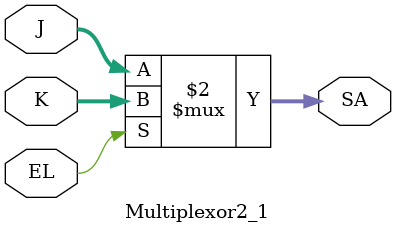
<source format=v>
`default_nettype none

module Multiplexor2_1 (
    input wire [3:0] J,     // Entrada J de 4 bits
    input wire [3:0] K,     // Entrada K de 4 bits
    input wire EL,          // Señal de control (selector)
    output wire [3:0] SA    // Salida de 4 bits
);

assign SA = (EL == 1'b0) ? J : K;  // Selección de la salida con base en EL

endmodule

</source>
